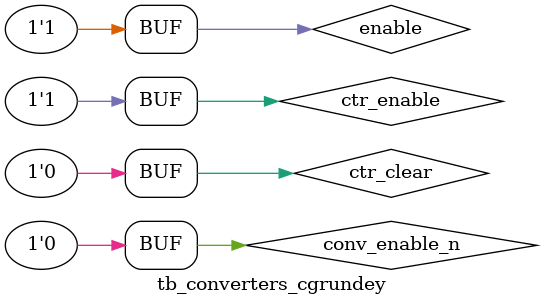
<source format=v>

`timescale 1ns/100ps

module tb_converters_cgrundey();
	reg enable;
	reg ctr_enable;
	reg ctr_clear;
	reg conv_enable_n;
	wire clk_out;
	wire [5:0] counter_out, out184, out185;

	clk M1(enable, clk_out);
	counter6bit_cgrundey U1(clk_out, ctr_clear, ctr_enable, counter_out);
	sn184_cgrundey U2(conv_enable_n, counter_out, out184);
	sn185_cgrundey U3(conv_enable_n, counter_out, out185);

	initial begin
		enable = 1'b1; 			// enable clock
		conv_enable_n = 1'b1; 	// disable converters
		ctr_enable = 1'b0; 		// disable counter
		ctr_clear	 = 1'b0;
		#10 ctr_clear = 1'b1;  		// clear counter
		#40 ctr_clear = 1'b0;
		#50 ctr_enable = 1'b1; 		// enable counter
		#50 conv_enable_n = 1'b0; 	// enable converters

	end

endmodule

</source>
